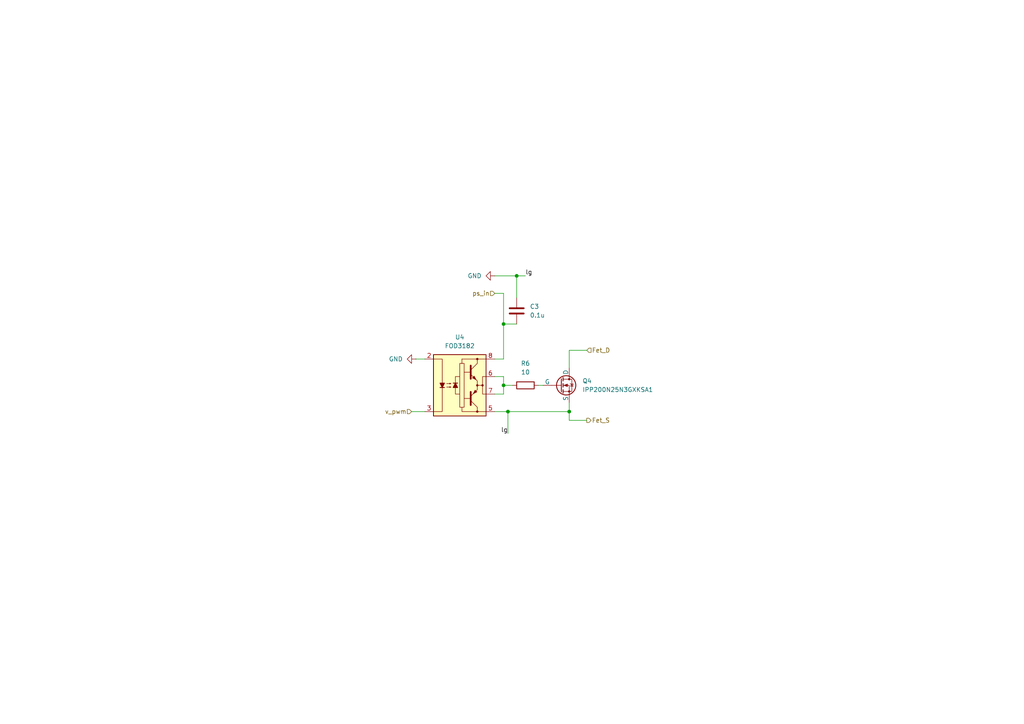
<source format=kicad_sch>
(kicad_sch (version 20250114) (generator "eeschema") (generator_version "9.0")
  (paper "A4")
  (lib_symbols
    (symbol "Device:C" (pin_numbers (hide yes)) (pin_names (offset 0.254))
      (property "Reference" "C" (at 0.635 2.54 0))
      (property "Value" "C" (at 0.635 -2.54 0))
      (symbol "C_0_1"
        (polyline (pts (xy -2.032 0.762) (xy 2.032 0.762)) (stroke (width 0.508)))
        (polyline (pts (xy -2.032 -0.762) (xy 2.032 -0.762)) (stroke (width 0.508)))
      )
      (symbol "C_1_1"
        (pin passive line (at 0 3.81 270) (length 2.794) (name "~") (number "1"))
        (pin passive line (at 0 -3.81 90) (length 2.794) (name "~") (number "2"))
      )
    )
    (symbol "Device:R" (pin_numbers (hide yes)) (pin_names (offset 0))
      (property "Reference" "R" (at 2.032 0 90))
      (property "Value" "R" (at 0 0 90))
      (symbol "R_0_1"
        (rectangle (start -1.016 -2.54) (end 1.016 2.54) (stroke (width 0.254)))
      )
      (symbol "R_1_1"
        (pin passive line (at 0 3.81 270) (length 1.27) (name "~") (number "1"))
        (pin passive line (at 0 -3.81 90) (length 1.27) (name "~") (number "2"))
      )
    )
    (symbol "Driver_FET:TLP250" (pin_names (hide yes))
      (property "Reference" "U" (at 0 12.7 0))
      (property "Value" "TLP250" (at 0 10.16 0))
      (symbol "TLP250_0_1"
        (rectangle (start -7.62 8.89) (end 7.62 -8.89) (stroke (width 0.254)) (fill (type background)))
        (polyline (pts (xy -7.62 7.62) (xy -5.08 7.62) (xy -5.08 -7.62) (xy -7.62 -7.62)))
        (polyline (pts (xy -5.715 -0.635) (xy -4.445 -0.635)) (stroke (width 0.254)))
        (polyline (pts (xy -5.08 -0.635) (xy -5.715 0.635) (xy -4.445 0.635) (xy -5.08 -0.635)) (stroke (width 0.254)) (fill (type outline)))
        (polyline (pts (xy -3.81 0.508) (xy -2.54 0.508) (xy -2.921 0.381) (xy -2.921 0.635) (xy -2.54 0.508)))
        (polyline (pts (xy -3.81 -0.508) (xy -2.54 -0.508) (xy -2.921 -0.635) (xy -2.921 -0.381) (xy -2.54 -0.508)))
        (polyline (pts (xy -1.27 0.635) (xy -1.27 2.54) (xy 0 2.54)))
        (polyline (pts (xy -1.27 0.635) (xy -0.635 -0.635) (xy -1.905 -0.635) (xy -1.27 0.635)) (stroke (width 0.254)) (fill (type outline)))
        (polyline (pts (xy -1.27 -0.635) (xy -1.27 -2.54) (xy 0 -2.54)))
        (polyline (pts (xy -0.635 0.635) (xy -1.905 0.635)) (stroke (width 0.254)))
        (rectangle (start 0.635 6.35) (end 0.635 7.62))
        (rectangle (start 0.635 6.35) (end 0.635 6.35))
        (polyline (pts (xy 0.635 -6.35) (xy 0.635 -7.62) (xy 7.62 -7.62)))
        (polyline (pts (xy 1.27 6.35) (xy 1.27 -6.35) (xy 0 -6.35) (xy 0 6.35) (xy 1.27 6.35)))
        (polyline (pts (xy 3.048 3.81) (xy 1.27 3.81)))
        (polyline (pts (xy 3.048 -3.81) (xy 1.27 -3.81)))
        (polyline (pts (xy 3.175 5.715) (xy 3.175 1.905) (xy 3.175 1.905)) (stroke (width 0.508)))
        (polyline (pts (xy 3.175 4.445) (xy 5.08 6.35)))
        (polyline (pts (xy 3.175 -4.445) (xy 5.08 -6.35)))
        (polyline (pts (xy 3.175 -5.715) (xy 3.175 -1.905) (xy 3.175 -1.905)) (stroke (width 0.508)))
        (polyline (pts (xy 3.683 2.159) (xy 4.191 2.667) (xy 4.699 1.651) (xy 3.683 2.159) (xy 3.683 2.159)) (fill (type outline)))
        (polyline (pts (xy 4.953 -1.905) (xy 4.445 -1.397) (xy 3.937 -2.413) (xy 4.953 -1.905) (xy 4.953 -1.905)) (fill (type outline)))
        (circle (center 5.08 7.62) (radius 0.254) (fill (type outline)))
        (polyline (pts (xy 5.08 6.35) (xy 5.08 7.62)))
        (polyline (pts (xy 5.08 1.27) (xy 3.175 3.175)) (fill (type outline)))
        (rectangle (start 5.08 1.27) (end 5.08 -1.27))
        (polyline (pts (xy 5.08 0) (xy 6.604 0)))
        (circle (center 5.08 0) (radius 0.254) (fill (type outline)))
        (polyline (pts (xy 5.08 -1.27) (xy 3.175 -3.175)) (fill (type outline)))
        (polyline (pts (xy 5.08 -6.35) (xy 5.08 -7.62)))
        (circle (center 5.08 -7.62) (radius 0.254) (fill (type outline)))
        (circle (center 6.604 0) (radius 0.254) (fill (type outline)))
        (polyline (pts (xy 7.62 7.62) (xy 0.635 7.62)))
        (polyline (pts (xy 7.62 2.54) (xy 6.604 2.54) (xy 6.604 -2.54) (xy 7.62 -2.54)))
      )
      (symbol "TLP250_1_1"
        (pin passive line (at -10.16 7.62 0) (length 2.54) (name "A") (number "2"))
        (pin passive line (at -10.16 -7.62 0) (length 2.54) (name "C") (number "3"))
        (pin no_connect line (at -7.62 2.54 0) (length 2.54) (hide yes) (name "NC") (number "1"))
        (pin no_connect line (at -7.62 -2.54 0) (length 2.54) (hide yes) (name "NC") (number "4"))
        (pin power_in line (at 10.16 7.62 180) (length 2.54) (name "VCC") (number "8"))
        (pin output line (at 10.16 2.54 180) (length 2.54) (name "VO") (number "6"))
        (pin output line (at 10.16 -2.54 180) (length 2.54) (name "VO") (number "7"))
        (pin power_in line (at 10.16 -7.62 180) (length 2.54) (name "VEE") (number "5"))
      )
    )
    (symbol "Simulation_SPICE:NMOS" (pin_numbers (hide yes)) (pin_names (offset 0))
      (property "Reference" "Q" (at 5.08 1.27 0))
      (property "Value" "NMOS" (at 5.08 -1.27 0))
      (symbol "NMOS_0_1"
        (polyline (pts (xy 0.254 1.905) (xy 0.254 -1.905)) (stroke (width 0.254)))
        (polyline (pts (xy 0.254 0) (xy -2.54 0)))
        (polyline (pts (xy 0.762 2.286) (xy 0.762 1.27)) (stroke (width 0.254)))
        (polyline (pts (xy 0.762 0.508) (xy 0.762 -0.508)) (stroke (width 0.254)))
        (polyline (pts (xy 0.762 -1.27) (xy 0.762 -2.286)) (stroke (width 0.254)))
        (polyline (pts (xy 0.762 -1.778) (xy 3.302 -1.778) (xy 3.302 1.778) (xy 0.762 1.778)))
        (polyline (pts (xy 1.016 0) (xy 2.032 0.381) (xy 2.032 -0.381) (xy 1.016 0)) (fill (type outline)))
        (circle (center 1.651 0) (radius 2.794) (stroke (width 0.254)))
        (polyline (pts (xy 2.54 2.54) (xy 2.54 1.778)))
        (circle (center 2.54 1.778) (radius 0.254) (fill (type outline)))
        (circle (center 2.54 -1.778) (radius 0.254) (fill (type outline)))
        (polyline (pts (xy 2.54 -2.54) (xy 2.54 0) (xy 0.762 0)))
        (polyline (pts (xy 2.794 0.508) (xy 2.921 0.381) (xy 3.683 0.381) (xy 3.81 0.254)))
        (polyline (pts (xy 3.302 0.381) (xy 2.921 -0.254) (xy 3.683 -0.254) (xy 3.302 0.381)))
      )
      (symbol "NMOS_1_1"
        (pin input line (at -5.08 0 0) (length 2.54) (name "G") (number "2"))
        (pin passive line (at 2.54 5.08 270) (length 2.54) (name "D") (number "1"))
        (pin passive line (at 2.54 -5.08 90) (length 2.54) (name "S") (number "3"))
      )
    )
    (symbol "power:GND" (power) (pin_numbers (hide yes)) (pin_names (offset 0) (hide yes))
      (property "Value" "GND" (at 0 -3.81 0))
      (symbol "GND_0_1"
        (polyline (pts (xy 0 0) (xy 0 -1.27) (xy 1.27 -1.27) (xy 0 -2.54) (xy -1.27 -1.27) (xy 0 -1.27)))
      )
      (symbol "GND_1_1"
        (pin power_in line (at 0 0 270) (length 0) (name "~") (number "1"))
      )
    )
  )
  (junction (at 146.05 111.76))
  (junction (at 147.32 119.38))
  (junction (at 146.05 93.98))
  (junction (at 149.86 80.01))
  (junction (at 165.1 119.38))
  (wire (pts (xy 143.51 109.22) (xy 146.05 109.22)))
  (wire (pts (xy 156.21 111.76) (xy 157.48 111.76)))
  (wire (pts (xy 170.18 121.92) (xy 165.1 121.92)))
  (wire (pts (xy 143.51 85.09) (xy 146.05 85.09)))
  (wire (pts (xy 147.32 119.38) (xy 147.32 125.73)))
  (wire (pts (xy 170.18 101.6) (xy 165.1 101.6)))
  (wire (pts (xy 143.51 80.01) (xy 149.86 80.01)))
  (wire (pts (xy 149.86 80.01) (xy 152.4 80.01)))
  (wire (pts (xy 146.05 93.98) (xy 146.05 104.14)))
  (wire (pts (xy 143.51 119.38) (xy 147.32 119.38)))
  (wire (pts (xy 120.65 104.14) (xy 123.19 104.14)))
  (wire (pts (xy 165.1 119.38) (xy 165.1 121.92)))
  (wire (pts (xy 149.86 80.01) (xy 149.86 86.36)))
  (wire (pts (xy 143.51 104.14) (xy 146.05 104.14)))
  (wire (pts (xy 146.05 111.76) (xy 148.59 111.76)))
  (wire (pts (xy 143.51 114.3) (xy 146.05 114.3)))
  (wire (pts (xy 119.38 119.38) (xy 123.19 119.38)))
  (wire (pts (xy 165.1 101.6) (xy 165.1 106.68)))
  (wire (pts (xy 146.05 114.3) (xy 146.05 111.76)))
  (wire (pts (xy 146.05 85.09) (xy 146.05 93.98)))
  (wire (pts (xy 165.1 116.84) (xy 165.1 119.38)))
  (wire (pts (xy 147.32 119.38) (xy 165.1 119.38)))
  (wire (pts (xy 146.05 109.22) (xy 146.05 111.76)))
  (wire (pts (xy 146.05 93.98) (xy 149.86 93.98)))
  (label "lg" (at 152.4 80.01 0))
  (label "lg" (at 147.32 125.73 180))
  (hierarchical_label "v_pwm" (shape input) (at 119.38 119.38 180))
  (hierarchical_label "Fet_D" (shape input) (at 170.18 101.6 0))
  (hierarchical_label "ps_in" (shape input) (at 143.51 85.09 180))
  (hierarchical_label "Fet_S" (shape output) (at 170.18 121.92 0))
  (symbol (lib_id "power:GND") (at 143.51 80.01 270) (unit 1)
    (property "Reference" "#PWR07" (effects (hide yes)))
    (property "Value" "GND" (at 139.7 80.0099 90) (effects (justify right)))
    (property "Description" "Power symbol creates a global label with name \"GND\" , ground" (effects (hide yes)))
    (instances (project "" (path "" (reference "#PWR0103") (unit 1)) (path "" (reference "#PWR07") (unit 1))))
  )
  (symbol (lib_id "Device:C") (at 149.86 90.17 0) (unit 1)
    (property "Reference" "C1" (at 153.67 88.8999 0) (effects (justify left)))
    (property "Value" "0.1u" (at 153.67 91.4399 0) (effects (justify left)))
    (property "Footprint" "Capacitor_SMD:C_0402_1005Metric_Pad0.74x0.62mm_HandSolder" (effects (hide yes)))
    (property "Datasheet" "https://mm.digikey.com/Volume0/opasdata/d220001/medias/docus/729/CL05B104KA5NNNC_Spec.pdf" (effects (hide yes)))
    (property "Description" "CL05B104KA5NNNC" (effects (hide yes)))
    (instances (project "120VDC Treadmill Motor Controller" (path "" (reference "C3") (unit 1)) (path "" (reference "C1") (unit 1))))
  )
  (symbol (lib_id "Driver_FET:TLP250") (at 133.35 111.76 0) (unit 1)
    (property "Reference" "U1" (at 133.35 97.79 0))
    (property "Value" "FOD3182" (at 133.35 100.33 0))
    (property "Footprint" "Package_DIP:DIP-8_W7.62mm" (effects (hide yes)))
    (property "Datasheet" "https://www.onsemi.com/pdf/datasheet/fod3182-d.pdf" (effects (hide yes)))
    (property "Description" "Gate Drive Optocoupler" (effects (hide yes)))
    (instances (project "120VDC Treadmill Motor Controller" (path "" (reference "U4") (unit 1)) (path "" (reference "U1") (unit 1))))
  )
  (symbol (lib_id "Simulation_SPICE:NMOS") (at 162.56 111.76 0) (unit 1)
    (property "Reference" "Q1" (at 168.91 110.4899 0) (effects (justify left)))
    (property "Value" "IPP200N25N3GXKSA1" (at 168.91 113.0299 0) (effects (justify left)))
    (property "Footprint" "Package_TO_SOT_THT:TO-220-3_Vertical" (effects (hide yes)))
    (property "Datasheet" "https://www.infineon.com/assets/row/public/documents/24/49/infineon-ipp-b-i-200n25n3-g-datasheet-en.pdf?folderId=db3a3043163797a6011637d4bae7003b&fileId=db3a3043243b5f17012496b87e9f1971" (effects (hide yes)))
    (property "Description" "N-MOSFET transistor, drain/source/gate" (effects (hide yes)))
    (property "Sim.Device" "NMOS" (effects (hide yes)))
    (property "Sim.Type" "VDMOS" (effects (hide yes)))
    (property "Sim.Pins" "1=D 2=G 3=S" (effects (hide yes)))
    (instances (project "120VDC Treadmill Motor Controller" (path "" (reference "Q4") (unit 1)) (path "" (reference "Q1") (unit 1))))
  )
  (symbol (lib_id "Device:R") (at 152.4 111.76 90) (unit 1)
    (property "Reference" "R1" (at 152.4 105.41 90))
    (property "Value" "10" (at 152.4 107.95 90))
    (property "Description" "Resistor" (effects (hide yes)))
    (instances (project "120VDC Treadmill Motor Controller" (path "" (reference "R6") (unit 1)) (path "" (reference "R1") (unit 1))))
  )
  (symbol (lib_id "power:GND") (at 120.65 104.14 270) (unit 1)
    (property "Reference" "#PWR04" (effects (hide yes)))
    (property "Value" "GND" (at 116.84 104.1399 90) (effects (justify right)))
    (property "Description" "Power symbol creates a global label with name \"GND\" , ground" (effects (hide yes)))
    (instances (project "120VDC Treadmill Motor Controller" (path "" (reference "#PWR015") (unit 1)) (path "" (reference "#PWR04") (unit 1))))
  )
)
</source>
